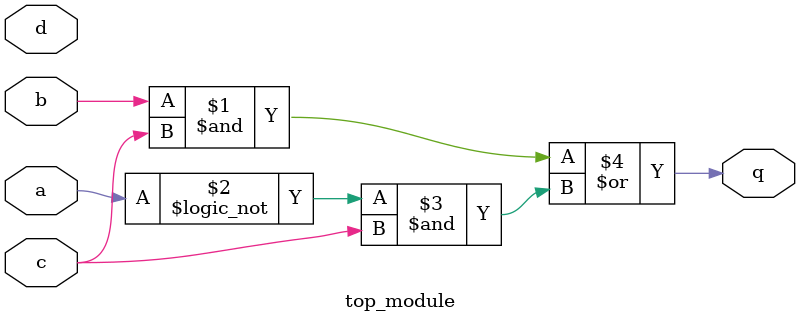
<source format=sv>
module top_module (
    input a, 
    input b, 
    input c, 
    input d,
    output q
);

assign q = (b & c) | (!a & c);

endmodule

</source>
